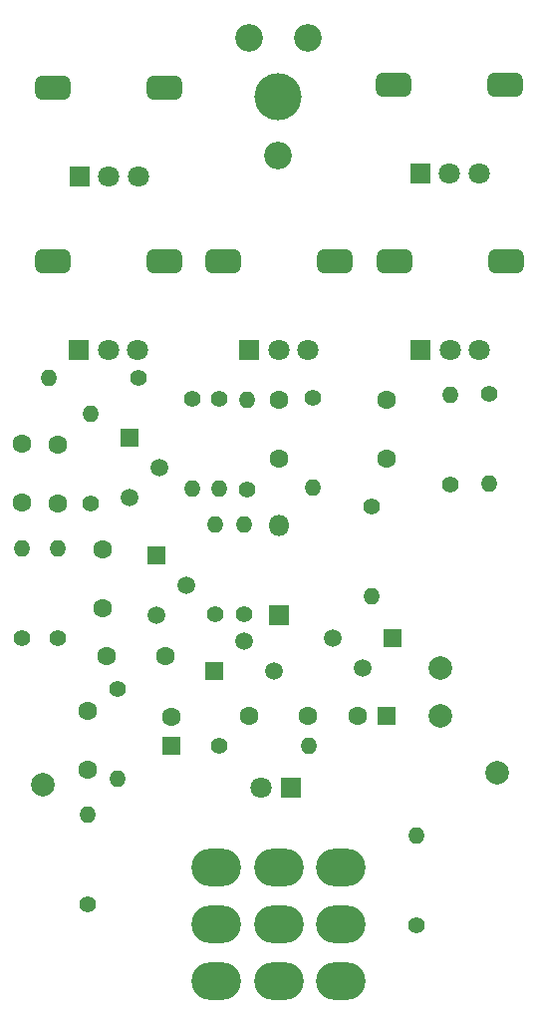
<source format=gbr>
%TF.GenerationSoftware,KiCad,Pcbnew,(6.0.5)*%
%TF.CreationDate,2023-03-15T03:11:22-03:00*%
%TF.ProjectId,Weslie,5765736c-6965-42e6-9b69-6361645f7063,rev?*%
%TF.SameCoordinates,Original*%
%TF.FileFunction,Soldermask,Top*%
%TF.FilePolarity,Negative*%
%FSLAX46Y46*%
G04 Gerber Fmt 4.6, Leading zero omitted, Abs format (unit mm)*
G04 Created by KiCad (PCBNEW (6.0.5)) date 2023-03-15 03:11:22*
%MOMM*%
%LPD*%
G01*
G04 APERTURE LIST*
G04 Aperture macros list*
%AMRoundRect*
0 Rectangle with rounded corners*
0 $1 Rounding radius*
0 $2 $3 $4 $5 $6 $7 $8 $9 X,Y pos of 4 corners*
0 Add a 4 corners polygon primitive as box body*
4,1,4,$2,$3,$4,$5,$6,$7,$8,$9,$2,$3,0*
0 Add four circle primitives for the rounded corners*
1,1,$1+$1,$2,$3*
1,1,$1+$1,$4,$5*
1,1,$1+$1,$6,$7*
1,1,$1+$1,$8,$9*
0 Add four rect primitives between the rounded corners*
20,1,$1+$1,$2,$3,$4,$5,0*
20,1,$1+$1,$4,$5,$6,$7,0*
20,1,$1+$1,$6,$7,$8,$9,0*
20,1,$1+$1,$8,$9,$2,$3,0*%
G04 Aperture macros list end*
%ADD10C,1.600000*%
%ADD11C,1.400000*%
%ADD12O,1.400000X1.400000*%
%ADD13R,1.500000X1.500000*%
%ADD14C,1.500000*%
%ADD15C,2.000000*%
%ADD16R,1.800000X1.800000*%
%ADD17C,1.800000*%
%ADD18O,4.200000X3.200000*%
%ADD19RoundRect,0.500000X1.000000X-0.500000X1.000000X0.500000X-1.000000X0.500000X-1.000000X-0.500000X0*%
%ADD20O,1.800000X1.800000*%
%ADD21C,4.000000*%
%ADD22C,2.340000*%
%ADD23R,1.600000X1.600000*%
G04 APERTURE END LIST*
D10*
%TO.C,C2*%
X65532000Y-77390000D03*
X65532000Y-72390000D03*
%TD*%
D11*
%TO.C,R1*%
X82245200Y-68580000D03*
D12*
X82245200Y-76200000D03*
%TD*%
D10*
%TO.C,C1*%
X72390000Y-86320000D03*
X72390000Y-81320000D03*
%TD*%
D13*
%TO.C,Q4*%
X97028000Y-88900000D03*
D14*
X94488000Y-91440000D03*
X91948000Y-88900000D03*
%TD*%
D15*
%TO.C,J4*%
X101092000Y-95504000D03*
%TD*%
%TO.C,J1*%
X105918000Y-100330000D03*
%TD*%
%TO.C,J2*%
X67310000Y-101346000D03*
%TD*%
%TO.C,J3*%
X101092000Y-91440000D03*
%TD*%
D10*
%TO.C,C7*%
X72684000Y-90424000D03*
X77684000Y-90424000D03*
%TD*%
D16*
%TO.C,D2*%
X88392000Y-101600000D03*
D17*
X85852000Y-101600000D03*
%TD*%
D13*
%TO.C,Q1*%
X74668000Y-71882000D03*
D14*
X77208000Y-74422000D03*
X74668000Y-76962000D03*
%TD*%
D18*
%TO.C,SW1*%
X82025200Y-108382400D03*
X87325200Y-108382400D03*
X92625200Y-108382400D03*
X82025200Y-113182400D03*
X87325200Y-113182400D03*
X92625200Y-113182400D03*
X82025200Y-117982400D03*
X87325200Y-117982400D03*
X92625200Y-117982400D03*
%TD*%
D11*
%TO.C,R17*%
X99060000Y-113284000D03*
D12*
X99060000Y-105664000D03*
%TD*%
D11*
%TO.C,R8*%
X73660000Y-93218000D03*
D12*
X73660000Y-100838000D03*
%TD*%
D16*
%TO.C,RVTone1*%
X99404800Y-64399000D03*
D17*
X101904800Y-64399000D03*
X104404800Y-64399000D03*
D19*
X106654800Y-56899000D03*
X97154800Y-56899000D03*
%TD*%
D16*
%TO.C,RVWeight1*%
X84825200Y-64399000D03*
D17*
X87325200Y-64399000D03*
X89825200Y-64399000D03*
D19*
X82575200Y-56899000D03*
X92075200Y-56899000D03*
%TD*%
D11*
%TO.C,R12*%
X101904800Y-75844400D03*
D12*
X101904800Y-68224400D03*
%TD*%
D10*
%TO.C,C8*%
X84836000Y-95504000D03*
X89836000Y-95504000D03*
%TD*%
D11*
%TO.C,R16*%
X95250000Y-77724000D03*
D12*
X95250000Y-85344000D03*
%TD*%
D11*
%TO.C,R10*%
X81940400Y-86817200D03*
D12*
X81940400Y-79197200D03*
%TD*%
D11*
%TO.C,R13*%
X105206800Y-68122800D03*
D12*
X105206800Y-75742800D03*
%TD*%
D10*
%TO.C,C4*%
X71120000Y-100036000D03*
X71120000Y-95036000D03*
%TD*%
%TO.C,C3*%
X68580000Y-72470000D03*
X68580000Y-77470000D03*
%TD*%
D16*
%TO.C,RVVol1*%
X99354000Y-49413000D03*
D17*
X101854000Y-49413000D03*
X104354000Y-49413000D03*
D19*
X106604000Y-41913000D03*
X97104000Y-41913000D03*
%TD*%
D11*
%TO.C,R11*%
X80010000Y-68580000D03*
D12*
X80010000Y-76200000D03*
%TD*%
D11*
%TO.C,R3*%
X75438000Y-66802000D03*
D12*
X67818000Y-66802000D03*
%TD*%
D10*
%TO.C,C5*%
X87325200Y-68660000D03*
X87325200Y-73660000D03*
%TD*%
%TO.C,C10*%
X96520000Y-68620000D03*
X96520000Y-73620000D03*
%TD*%
D13*
%TO.C,Q2*%
X76954000Y-81889600D03*
D14*
X79494000Y-84429600D03*
X76954000Y-86969600D03*
%TD*%
D11*
%TO.C,R15*%
X84429600Y-86817200D03*
D12*
X84429600Y-79197200D03*
%TD*%
D16*
%TO.C,RVSpeed1*%
X70347200Y-64399000D03*
D17*
X72847200Y-64399000D03*
X75347200Y-64399000D03*
D19*
X77597200Y-56899000D03*
X68097200Y-56899000D03*
%TD*%
D13*
%TO.C,Q3*%
X81889600Y-91702000D03*
D14*
X84429600Y-89162000D03*
X86969600Y-91702000D03*
%TD*%
D16*
%TO.C,D1*%
X87376000Y-86918800D03*
D20*
X87376000Y-79298800D03*
%TD*%
D21*
%TO.C,RV1*%
X87285200Y-42896800D03*
D22*
X84785200Y-37896800D03*
X87285200Y-47896800D03*
X89785200Y-37896800D03*
%TD*%
D11*
%TO.C,R4*%
X71374000Y-77470000D03*
D12*
X71374000Y-69850000D03*
%TD*%
D23*
%TO.C,C9*%
X96520000Y-95504000D03*
D10*
X94020000Y-95504000D03*
%TD*%
D11*
%TO.C,R7*%
X68580000Y-88900000D03*
D12*
X68580000Y-81280000D03*
%TD*%
D23*
%TO.C,C6*%
X78232000Y-98044000D03*
D10*
X78232000Y-95544000D03*
%TD*%
D11*
%TO.C,R6*%
X71120000Y-111506000D03*
D12*
X71120000Y-103886000D03*
%TD*%
D16*
%TO.C,RVAccent1*%
X70398000Y-49667000D03*
D17*
X72898000Y-49667000D03*
X75398000Y-49667000D03*
D19*
X68148000Y-42167000D03*
X77648000Y-42167000D03*
%TD*%
D11*
%TO.C,R5*%
X84683600Y-76250800D03*
D12*
X84683600Y-68630800D03*
%TD*%
D11*
%TO.C,R9*%
X90220800Y-68478400D03*
D12*
X90220800Y-76098400D03*
%TD*%
D11*
%TO.C,R2*%
X65532000Y-88900000D03*
D12*
X65532000Y-81280000D03*
%TD*%
D11*
%TO.C,R14*%
X82296000Y-98044000D03*
D12*
X89916000Y-98044000D03*
%TD*%
M02*

</source>
